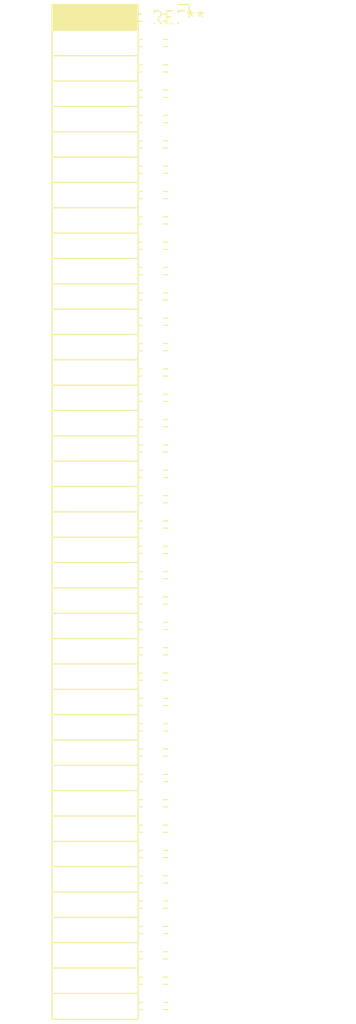
<source format=kicad_pcb>
(kicad_pcb (version 20240108) (generator pcbnew)
  (layers (0 "F.Cu" signal) (31 "B.Cu" signal) (34 "B.Paste" user) (35 "F.Paste" user) (36 "B.SilkS" user "B.Silkscreen") (37 "F.SilkS" user "F.Silkscreen") (38 "B.Mask" user) (39 "F.Mask" user) (44 "Edge.Cuts" user))
  (net 0 "")
  (footprint "PinSocket_2x40_P2.54mm_Horizontal" (layer "F.Cu") (at 0 0)
    (property "Reference" "REF**")
    (property "Value" "PinSocket_2x40_P2.54mm_Horizontal")
    (fp_line (start -12.63 -1.33) (end -12.63 100.39) (layer "F.SilkS") (stroke (width 0.12)))
    (fp_line (start -12.63 -1.33) (end -4 -1.33) (layer "F.SilkS") (stroke (width 0.12)))
    (fp_line (start -12.63 -1.21) (end -4 -1.21) (layer "F.SilkS") (stroke (width 0.12)))
    (fp_line (start -12.63 -1.091905) (end -4 -1.091905) (layer "F.SilkS") (stroke (width 0.12)))
    (fp_line (start -12.63 -0.97381) (end -4 -0.97381) (layer "F.SilkS") (stroke (width 0.12)))
    (fp_line (start -12.63 -0.855715) (end -4 -0.855715) (layer "F.SilkS") (stroke (width 0.12)))
    (fp_line (start -12.63 -0.73762) (end -4 -0.73762) (layer "F.SilkS") (stroke (width 0.12)))
    (fp_line (start -12.63 -0.619525) (end -4 -0.619525) (layer "F.SilkS") (stroke (width 0.12)))
    (fp_line (start -12.63 -0.50143) (end -4 -0.50143) (layer "F.SilkS") (stroke (width 0.12)))
    (fp_line (start -12.63 -0.383335) (end -4 -0.383335) (layer "F.SilkS") (stroke (width 0.12)))
    (fp_line (start -12.63 -0.26524) (end -4 -0.26524) (layer "F.SilkS") (stroke (width 0.12)))
    (fp_line (start -12.63 -0.147145) (end -4 -0.147145) (layer "F.SilkS") (stroke (width 0.12)))
    (fp_line (start -12.63 -0.02905) (end -4 -0.02905) (layer "F.SilkS") (stroke (width 0.12)))
    (fp_line (start -12.63 0.089045) (end -4 0.089045) (layer "F.SilkS") (stroke (width 0.12)))
    (fp_line (start -12.63 0.20714) (end -4 0.20714) (layer "F.SilkS") (stroke (width 0.12)))
    (fp_line (start -12.63 0.325235) (end -4 0.325235) (layer "F.SilkS") (stroke (width 0.12)))
    (fp_line (start -12.63 0.44333) (end -4 0.44333) (layer "F.SilkS") (stroke (width 0.12)))
    (fp_line (start -12.63 0.561425) (end -4 0.561425) (layer "F.SilkS") (stroke (width 0.12)))
    (fp_line (start -12.63 0.67952) (end -4 0.67952) (layer "F.SilkS") (stroke (width 0.12)))
    (fp_line (start -12.63 0.797615) (end -4 0.797615) (layer "F.SilkS") (stroke (width 0.12)))
    (fp_line (start -12.63 0.91571) (end -4 0.91571) (layer "F.SilkS") (stroke (width 0.12)))
    (fp_line (start -12.63 1.033805) (end -4 1.033805) (layer "F.SilkS") (stroke (width 0.12)))
    (fp_line (start -12.63 1.1519) (end -4 1.1519) (layer "F.SilkS") (stroke (width 0.12)))
    (fp_line (start -12.63 1.27) (end -4 1.27) (layer "F.SilkS") (stroke (width 0.12)))
    (fp_line (start -12.63 3.81) (end -4 3.81) (layer "F.SilkS") (stroke (width 0.12)))
    (fp_line (start -12.63 6.35) (end -4 6.35) (layer "F.SilkS") (stroke (width 0.12)))
    (fp_line (start -12.63 8.89) (end -4 8.89) (layer "F.SilkS") (stroke (width 0.12)))
    (fp_line (start -12.63 11.43) (end -4 11.43) (layer "F.SilkS") (stroke (width 0.12)))
    (fp_line (start -12.63 13.97) (end -4 13.97) (layer "F.SilkS") (stroke (width 0.12)))
    (fp_line (start -12.63 16.51) (end -4 16.51) (layer "F.SilkS") (stroke (width 0.12)))
    (fp_line (start -12.63 19.05) (end -4 19.05) (layer "F.SilkS") (stroke (width 0.12)))
    (fp_line (start -12.63 21.59) (end -4 21.59) (layer "F.SilkS") (stroke (width 0.12)))
    (fp_line (start -12.63 24.13) (end -4 24.13) (layer "F.SilkS") (stroke (width 0.12)))
    (fp_line (start -12.63 26.67) (end -4 26.67) (layer "F.SilkS") (stroke (width 0.12)))
    (fp_line (start -12.63 29.21) (end -4 29.21) (layer "F.SilkS") (stroke (width 0.12)))
    (fp_line (start -12.63 31.75) (end -4 31.75) (layer "F.SilkS") (stroke (width 0.12)))
    (fp_line (start -12.63 34.29) (end -4 34.29) (layer "F.SilkS") (stroke (width 0.12)))
    (fp_line (start -12.63 36.83) (end -4 36.83) (layer "F.SilkS") (stroke (width 0.12)))
    (fp_line (start -12.63 39.37) (end -4 39.37) (layer "F.SilkS") (stroke (width 0.12)))
    (fp_line (start -12.63 41.91) (end -4 41.91) (layer "F.SilkS") (stroke (width 0.12)))
    (fp_line (start -12.63 44.45) (end -4 44.45) (layer "F.SilkS") (stroke (width 0.12)))
    (fp_line (start -12.63 46.99) (end -4 46.99) (layer "F.SilkS") (stroke (width 0.12)))
    (fp_line (start -12.63 49.53) (end -4 49.53) (layer "F.SilkS") (stroke (width 0.12)))
    (fp_line (start -12.63 52.07) (end -4 52.07) (layer "F.SilkS") (stroke (width 0.12)))
    (fp_line (start -12.63 54.61) (end -4 54.61) (layer "F.SilkS") (stroke (width 0.12)))
    (fp_line (start -12.63 57.15) (end -4 57.15) (layer "F.SilkS") (stroke (width 0.12)))
    (fp_line (start -12.63 59.69) (end -4 59.69) (layer "F.SilkS") (stroke (width 0.12)))
    (fp_line (start -12.63 62.23) (end -4 62.23) (layer "F.SilkS") (stroke (width 0.12)))
    (fp_line (start -12.63 64.77) (end -4 64.77) (layer "F.SilkS") (stroke (width 0.12)))
    (fp_line (start -12.63 67.31) (end -4 67.31) (layer "F.SilkS") (stroke (width 0.12)))
    (fp_line (start -12.63 69.85) (end -4 69.85) (layer "F.SilkS") (stroke (width 0.12)))
    (fp_line (start -12.63 72.39) (end -4 72.39) (layer "F.SilkS") (stroke (width 0.12)))
    (fp_line (start -12.63 74.93) (end -4 74.93) (layer "F.SilkS") (stroke (width 0.12)))
    (fp_line (start -12.63 77.47) (end -4 77.47) (layer "F.SilkS") (stroke (width 0.12)))
    (fp_line (start -12.63 80.01) (end -4 80.01) (layer "F.SilkS") (stroke (width 0.12)))
    (fp_line (start -12.63 82.55) (end -4 82.55) (layer "F.SilkS") (stroke (width 0.12)))
    (fp_line (start -12.63 85.09) (end -4 85.09) (layer "F.SilkS") (stroke (width 0.12)))
    (fp_line (start -12.63 87.63) (end -4 87.63) (layer "F.SilkS") (stroke (width 0.12)))
    (fp_line (start -12.63 90.17) (end -4 90.17) (layer "F.SilkS") (stroke (width 0.12)))
    (fp_line (start -12.63 92.71) (end -4 92.71) (layer "F.SilkS") (stroke (width 0.12)))
    (fp_line (start -12.63 95.25) (end -4 95.25) (layer "F.SilkS") (stroke (width 0.12)))
    (fp_line (start -12.63 97.79) (end -4 97.79) (layer "F.SilkS") (stroke (width 0.12)))
    (fp_line (start -12.63 100.39) (end -4 100.39) (layer "F.SilkS") (stroke (width 0.12)))
    (fp_line (start -4 -1.33) (end -4 100.39) (layer "F.SilkS") (stroke (width 0.12)))
    (fp_line (start -4 -0.36) (end -3.59 -0.36) (layer "F.SilkS") (stroke (width 0.12)))
    (fp_line (start -4 0.36) (end -3.59 0.36) (layer "F.SilkS") (stroke (width 0.12)))
    (fp_line (start -4 2.18) (end -3.59 2.18) (layer "F.SilkS") (stroke (width 0.12)))
    (fp_line (start -4 2.9) (end -3.59 2.9) (layer "F.SilkS") (stroke (width 0.12)))
    (fp_line (start -4 4.72) (end -3.59 4.72) (layer "F.SilkS") (stroke (width 0.12)))
    (fp_line (start -4 5.44) (end -3.59 5.44) (layer "F.SilkS") (stroke (width 0.12)))
    (fp_line (start -4 7.26) (end -3.59 7.26) (layer "F.SilkS") (stroke (width 0.12)))
    (fp_line (start -4 7.98) (end -3.59 7.98) (layer "F.SilkS") (stroke (width 0.12)))
    (fp_line (start -4 9.8) (end -3.59 9.8) (layer "F.SilkS") (stroke (width 0.12)))
    (fp_line (start -4 10.52) (end -3.59 10.52) (layer "F.SilkS") (stroke (width 0.12)))
    (fp_line (start -4 12.34) (end -3.59 12.34) (layer "F.SilkS") (stroke (width 0.12)))
    (fp_line (start -4 13.06) (end -3.59 13.06) (layer "F.SilkS") (stroke (width 0.12)))
    (fp_line (start -4 14.88) (end -3.59 14.88) (layer "F.SilkS") (stroke (width 0.12)))
    (fp_line (start -4 15.6) (end -3.59 15.6) (layer "F.SilkS") (stroke (width 0.12)))
    (fp_line (start -4 17.42) (end -3.59 17.42) (layer "F.SilkS") (stroke (width 0.12)))
    (fp_line (start -4 18.14) (end -3.59 18.14) (layer "F.SilkS") (stroke (width 0.12)))
    (fp_line (start -4 19.96) (end -3.59 19.96) (layer "F.SilkS") (stroke (width 0.12)))
    (fp_line (start -4 20.68) (end -3.59 20.68) (layer "F.SilkS") (stroke (width 0.12)))
    (fp_line (start -4 22.5) (end -3.59 22.5) (layer "F.SilkS") (stroke (width 0.12)))
    (fp_line (start -4 23.22) (end -3.59 23.22) (layer "F.SilkS") (stroke (width 0.12)))
    (fp_line (start -4 25.04) (end -3.59 25.04) (layer "F.SilkS") (stroke (width 0.12)))
    (fp_line (start -4 25.76) (end -3.59 25.76) (layer "F.SilkS") (stroke (width 0.12)))
    (fp_line (start -4 27.58) (end -3.59 27.58) (layer "F.SilkS") (stroke (width 0.12)))
    (fp_line (start -4 28.3) (end -3.59 28.3) (layer "F.SilkS") (stroke (width 0.12)))
    (fp_line (start -4 30.12) (end -3.59 30.12) (layer "F.SilkS") (stroke (width 0.12)))
    (fp_line (start -4 30.84) (end -3.59 30.84) (layer "F.SilkS") (stroke (width 0.12)))
    (fp_line (start -4 32.66) (end -3.59 32.66) (layer "F.SilkS") (stroke (width 0.12)))
    (fp_line (start -4 33.38) (end -3.59 33.38) (layer "F.SilkS") (stroke (width 0.12)))
    (fp_line (start -4 35.2) (end -3.59 35.2) (layer "F.SilkS") (stroke (width 0.12)))
    (fp_line (start -4 35.92) (end -3.59 35.92) (layer "F.SilkS") (stroke (width 0.12)))
    (fp_line (start -4 37.74) (end -3.59 37.74) (layer "F.SilkS") (stroke (width 0.12)))
    (fp_line (start -4 38.46) (end -3.59 38.46) (layer "F.SilkS") (stroke (width 0.12)))
    (fp_line (start -4 40.28) (end -3.59 40.28) (layer "F.SilkS") (stroke (width 0.12)))
    (fp_line (start -4 41) (end -3.59 41) (layer "F.SilkS") (stroke (width 0.12)))
    (fp_line (start -4 42.82) (end -3.59 42.82) (layer "F.SilkS") (stroke (width 0.12)))
    (fp_line (start -4 43.54) (end -3.59 43.54) (layer "F.SilkS") (stroke (width 0.12)))
    (fp_line (start -4 45.36) (end -3.59 45.36) (layer "F.SilkS") (stroke (width 0.12)))
    (fp_line (start -4 46.08) (end -3.59 46.08) (layer "F.SilkS") (stroke (width 0.12)))
    (fp_line (start -4 47.9) (end -3.59 47.9) (layer "F.SilkS") (stroke (width 0.12)))
    (fp_line (start -4 48.62) (end -3.59 48.62) (layer "F.SilkS") (stroke (width 0.12)))
    (fp_line (start -4 50.44) (end -3.59 50.44) (layer "F.SilkS") (stroke (width 0.12)))
    (fp_line (start -4 51.16) (end -3.59 51.16) (layer "F.SilkS") (stroke (width 0.12)))
    (fp_line (start -4 52.98) (end -3.59 52.98) (layer "F.SilkS") (stroke (width 0.12)))
    (fp_line (start -4 53.7) (end -3.59 53.7) (layer "F.SilkS") (stroke (width 0.12)))
    (fp_line (start -4 55.52) (end -3.59 55.52) (layer "F.SilkS") (stroke (width 0.12)))
    (fp_line (start -4 56.24) (end -3.59 56.24) (layer "F.SilkS") (stroke (width 0.12)))
    (fp_line (start -4 58.06) (end -3.59 58.06) (layer "F.SilkS") (stroke (width 0.12)))
    (fp_line (start -4 58.78) (end -3.59 58.78) (layer "F.SilkS") (stroke (width 0.12)))
    (fp_line (start -4 60.6) (end -3.59 60.6) (layer "F.SilkS") (stroke (width 0.12)))
    (fp_line (start -4 61.32) (end -3.59 61.32) (layer "F.SilkS") (stroke (width 0.12)))
    (fp_line (start -4 63.14) (end -3.59 63.14) (layer "F.SilkS") (stroke (width 0.12)))
    (fp_line (start -4 63.86) (end -3.59 63.86) (layer "F.SilkS") (stroke (width 0.12)))
    (fp_line (start -4 65.68) (end -3.59 65.68) (layer "F.SilkS") (stroke (width 0.12)))
    (fp_line (start -4 66.4) (end -3.59 66.4) (layer "F.SilkS") (stroke (width 0.12)))
    (fp_line (start -4 68.22) (end -3.59 68.22) (layer "F.SilkS") (stroke (width 0.12)))
    (fp_line (start -4 68.94) (end -3.59 68.94) (layer "F.SilkS") (stroke (width 0.12)))
    (fp_line (start -4 70.76) (end -3.59 70.76) (layer "F.SilkS") (stroke (width 0.12)))
    (fp_line (start -4 71.48) (end -3.59 71.48) (layer "F.SilkS") (stroke (width 0.12)))
    (fp_line (start -4 73.3) (end -3.59 73.3) (layer "F.SilkS") (stroke (width 0.12)))
    (fp_line (start -4 74.02) (end -3.59 74.02) (layer "F.SilkS") (stroke (width 0.12)))
    (fp_line (start -4 75.84) (end -3.59 75.84) (layer "F.SilkS") (stroke (width 0.12)))
    (fp_line (start -4 76.56) (end -3.59 76.56) (layer "F.SilkS") (stroke (width 0.12)))
    (fp_line (start -4 78.38) (end -3.59 78.38) (layer "F.SilkS") (stroke (width 0.12)))
    (fp_line (start -4 79.1) (end -3.59 79.1) (layer "F.SilkS") (stroke (width 0.12)))
    (fp_line (start -4 80.92) (end -3.59 80.92) (layer "F.SilkS") (stroke (width 0.12)))
    (fp_line (start -4 81.64) (end -3.59 81.64) (layer "F.SilkS") (stroke (width 0.12)))
    (fp_line (start -4 83.46) (end -3.59 83.46) (layer "F.SilkS") (stroke (width 0.12)))
    (fp_line (start -4 84.18) (end -3.59 84.18) (layer "F.SilkS") (stroke (width 0.12)))
    (fp_line (start -4 86) (end -3.59 86) (layer "F.SilkS") (stroke (width 0.12)))
    (fp_line (start -4 86.72) (end -3.59 86.72) (layer "F.SilkS") (stroke (width 0.12)))
    (fp_line (start -4 88.54) (end -3.59 88.54) (layer "F.SilkS") (stroke (width 0.12)))
    (fp_line (start -4 89.26) (end -3.59 89.26) (layer "F.SilkS") (stroke (width 0.12)))
    (fp_line (start -4 91.08) (end -3.59 91.08) (layer "F.SilkS") (stroke (width 0.12)))
    (fp_line (start -4 91.8) (end -3.59 91.8) (layer "F.SilkS") (stroke (width 0.12)))
    (fp_line (start -4 93.62) (end -3.59 93.62) (layer "F.SilkS") (stroke (width 0.12)))
    (fp_line (start -4 94.34) (end -3.59 94.34) (layer "F.SilkS") (stroke (width 0.12)))
    (fp_line (start -4 96.16) (end -3.59 96.16) (layer "F.SilkS") (stroke (width 0.12)))
    (fp_line (start -4 96.88) (end -3.59 96.88) (layer "F.SilkS") (stroke (width 0.12)))
    (fp_line (start -4 98.7) (end -3.59 98.7) (layer "F.SilkS") (stroke (width 0.12)))
    (fp_line (start -4 99.42) (end -3.59 99.42) (layer "F.SilkS") (stroke (width 0.12)))
    (fp_line (start -1.49 -0.36) (end -1.11 -0.36) (layer "F.SilkS") (stroke (width 0.12)))
    (fp_line (start -1.49 0.36) (end -1.11 0.36) (layer "F.SilkS") (stroke (width 0.12)))
    (fp_line (start -1.49 2.18) (end -1.05 2.18) (layer "F.SilkS") (stroke (width 0.12)))
    (fp_line (start -1.49 2.9) (end -1.05 2.9) (layer "F.SilkS") (stroke (width 0.12)))
    (fp_line (start -1.49 4.72) (end -1.05 4.72) (layer "F.SilkS") (stroke (width 0.12)))
    (fp_line (start -1.49 5.44) (end -1.05 5.44) (layer "F.SilkS") (stroke (width 0.12)))
    (fp_line (start -1.49 7.26) (end -1.05 7.26) (layer "F.SilkS") (stroke (width 0.12)))
    (fp_line (start -1.49 7.98) (end -1.05 7.98) (layer "F.SilkS") (stroke (width 0.12)))
    (fp_line (start -1.49 9.8) (end -1.05 9.8) (layer "F.SilkS") (stroke (width 0.12)))
    (fp_line (start -1.49 10.52) (end -1.05 10.52) (layer "F.SilkS") (stroke (width 0.12)))
    (fp_line (start -1.49 12.34) (end -1.05 12.34) (layer "F.SilkS") (stroke (width 0.12)))
    (fp_line (start -1.49 13.06) (end -1.05 13.06) (layer "F.SilkS") (stroke (width 0.12)))
    (fp_line (start -1.49 14.88) (end -1.05 14.88) (layer "F.SilkS") (stroke (width 0.12)))
    (fp_line (start -1.49 15.6) (end -1.05 15.6) (layer "F.SilkS") (stroke (width 0.12)))
    (fp_line (start -1.49 17.42) (end -1.05 17.42) (layer "F.SilkS") (stroke (width 0.12)))
    (fp_line (start -1.49 18.14) (end -1.05 18.14) (layer "F.SilkS") (stroke (width 0.12)))
    (fp_line (start -1.49 19.96) (end -1.05 19.96) (layer "F.SilkS") (stroke (width 0.12)))
    (fp_line (start -1.49 20.68) (end -1.05 20.68) (layer "F.SilkS") (stroke (width 0.12)))
    (fp_line (start -1.49 22.5) (end -1.05 22.5) (layer "F.SilkS") (stroke (width 0.12)))
    (fp_line (start -1.49 23.22) (end -1.05 23.22) (layer "F.SilkS") (stroke (width 0.12)))
    (fp_line (start -1.49 25.04) (end -1.05 25.04) (layer "F.SilkS") (stroke (width 0.12)))
    (fp_line (start -1.49 25.76) (end -1.05 25.76) (layer "F.SilkS") (stroke (width 0.12)))
    (fp_line (start -1.49 27.58) (end -1.05 27.58) (layer "F.SilkS") (stroke (width 0.12)))
    (fp_line (start -1.49 28.3) (end -1.05 28.3) (layer "F.SilkS") (stroke (width 0.12)))
    (fp_line (start -1.49 30.12) (end -1.05 30.12) (layer "F.SilkS") (stroke (width 0.12)))
    (fp_line (start -1.49 30.84) (end -1.05 30.84) (layer "F.SilkS") (stroke (width 0.12)))
    (fp_line (start -1.49 32.66) (end -1.05 32.66) (layer "F.SilkS") (stroke (width 0.12)))
    (fp_line (start -1.49 33.38) (end -1.05 33.38) (layer "F.SilkS") (stroke (width 0.12)))
    (fp_line (start -1.49 35.2) (end -1.05 35.2) (layer "F.SilkS") (stroke (width 0.12)))
    (fp_line (start -1.49 35.92) (end -1.05 35.92) (layer "F.SilkS") (stroke (width 0.12)))
    (fp_line (start -1.49 37.74) (end -1.05 37.74) (layer "F.SilkS") (stroke (width 0.12)))
    (fp_line (start -1.49 38.46) (end -1.05 38.46) (layer "F.SilkS") (stroke (width 0.12)))
    (fp_line (start -1.49 40.28) (end -1.05 40.28) (layer "F.SilkS") (stroke (width 0.12)))
    (fp_line (start -1.49 41) (end -1.05 41) (layer "F.SilkS") (stroke (width 0.12)))
    (fp_line (start -1.49 42.82) (end -1.05 42.82) (layer "F.SilkS") (stroke (width 0.12)))
    (fp_line (start -1.49 43.54) (end -1.05 43.54) (layer "F.SilkS") (stroke (width 0.12)))
    (fp_line (start -1.49 45.36) (end -1.05 45.36) (layer "F.SilkS") (stroke (width 0.12)))
    (fp_line (start -1.49 46.08) (end -1.05 46.08) (layer "F.SilkS") (stroke (width 0.12)))
    (fp_line (start -1.49 47.9) (end -1.05 47.9) (layer "F.SilkS") (stroke (width 0.12)))
    (fp_line (start -1.49 48.62) (end -1.05 48.62) (layer "F.SilkS") (stroke (width 0.12)))
    (fp_line (start -1.49 50.44) (end -1.05 50.44) (layer "F.SilkS") (stroke (width 0.12)))
    (fp_line (start -1.49 51.16) (end -1.05 51.16) (layer "F.SilkS") (stroke (width 0.12)))
    (fp_line (start -1.49 52.98) (end -1.05 52.98) (layer "F.SilkS") (stroke (width 0.12)))
    (fp_line (start -1.49 53.7) (end -1.05 53.7) (layer "F.SilkS") (stroke (width 0.12)))
    (fp_line (start -1.49 55.52) (end -1.05 55.52) (layer "F.SilkS") (stroke (width 0.12)))
    (fp_line (start -1.49 56.24) (end -1.05 56.24) (layer "F.SilkS") (stroke (width 0.12)))
    (fp_line (start -1.49 58.06) (end -1.05 58.06) (layer "F.SilkS") (stroke (width 0.12)))
    (fp_line (start -1.49 58.78) (end -1.05 58.78) (layer "F.SilkS") (stroke (width 0.12)))
    (fp_line (start -1.49 60.6) (end -1.05 60.6) (layer "F.SilkS") (stroke (width 0.12)))
    (fp_line (start -1.49 61.32) (end -1.05 61.32) (layer "F.SilkS") (stroke (width 0.12)))
    (fp_line (start -1.49 63.14) (end -1.05 63.14) (layer "F.SilkS") (stroke (width 0.12)))
    (fp_line (start -1.49 63.86) (end -1.05 63.86) (layer "F.SilkS") (stroke (width 0.12)))
    (fp_line (start -1.49 65.68) (end -1.05 65.68) (layer "F.SilkS") (stroke (width 0.12)))
    (fp_line (start -1.49 66.4) (end -1.05 66.4) (layer "F.SilkS") (stroke (width 0.12)))
    (fp_line (start -1.49 68.22) (end -1.05 68.22) (layer "F.SilkS") (stroke (width 0.12)))
    (fp_line (start -1.49 68.94) (end -1.05 68.94) (layer "F.SilkS") (stroke (width 0.12)))
    (fp_line (start -1.49 70.76) (end -1.05 70.76) (layer "F.SilkS") (stroke (width 0.12)))
    (fp_line (start -1.49 71.48) (end -1.05 71.48) (layer "F.SilkS") (stroke (width 0.12)))
    (fp_line (start -1.49 73.3) (end -1.05 73.3) (layer "F.SilkS") (stroke (width 0.12)))
    (fp_line (start -1.49 74.02) (end -1.05 74.02) (layer "F.SilkS") (stroke (width 0.12)))
    (fp_line (start -1.49 75.84) (end -1.05 75.84) (layer "F.SilkS") (stroke (width 0.12)))
    (fp_line (start -1.49 76.56) (end -1.05 76.56) (layer "F.SilkS") (stroke (width 0.12)))
    (fp_line (start -1.49 78.38) (end -1.05 78.38) (layer "F.SilkS") (stroke (width 0.12)))
    (fp_line (start -1.49 79.1) (end -1.05 79.1) (layer "F.SilkS") (stroke (width 0.12)))
    (fp_line (start -1.49 80.92) (end -1.05 80.92) (layer "F.SilkS") (stroke (width 0.12)))
    (fp_line (start -1.49 81.64) (end -1.05 81.64) (layer "F.SilkS") (stroke (width 0.12)))
    (fp_line (start -1.49 83.46) (end -1.05 83.46) (layer "F.SilkS") (stroke (width 0.12)))
    (fp_line (start -1.49 84.18) (end -1.05 84.18) (layer "F.SilkS") (stroke (width 0.12)))
    (fp_line (start -1.49 86) (end -1.05 86) (layer "F.SilkS") (stroke (width 0.12)))
    (fp_line (start -1.49 86.72) (end -1.05 86.72) (layer "F.SilkS") (stroke (width 0.12)))
    (fp_line (start -1.49 88.54) (end -1.05 88.54) (layer "F.SilkS") (stroke (width 0.12)))
    (fp_line (start -1.49 89.26) (end -1.05 89.26) (layer "F.SilkS") (stroke (width 0.12)))
    (fp_line (start -1.49 91.08) (end -1.05 91.08) (layer "F.SilkS") (stroke (width 0.12)))
    (fp_line (start -1.49 91.8) (end -1.05 91.8) (layer "F.SilkS") (stroke (width 0.12)))
    (fp_line (start -1.49 93.62) (end -1.05 93.62) (layer "F.SilkS") (stroke (width 0.12)))
    (fp_line (start -1.49 94.34) (end -1.05 94.34) (layer "F.SilkS") (stroke (width 0.12)))
    (fp_line (start -1.49 96.16) (end -1.05 96.16) (layer "F.SilkS") (stroke (width 0.12)))
    (fp_line (start -1.49 96.88) (end -1.05 96.88) (layer "F.SilkS") (stroke (width 0.12)))
    (fp_line (start -1.49 98.7) (end -1.05 98.7) (layer "F.SilkS") (stroke (width 0.12)))
    (fp_line (start -1.49 99.42) (end -1.05 99.42) (layer "F.SilkS") (stroke (width 0.12)))
    (fp_line (start 0 -1.33) (end 1.11 -1.33) (layer "F.SilkS") (stroke (width 0.12)))
    (fp_line (start 1.11 -1.33) (end 1.11 0) (layer "F.SilkS") (stroke (width 0.12)))
    (pad "1" thru_hole rect (at 0 0) (size 1.7 1.7) (drill 1) (layers *.Cu *.Mask) (remove_unused_layers))
    (pad "2" thru_hole oval (at -2.54 0) (size 1.7 1.7) (drill 1) (layers *.Cu *.Mask) (remove_unused_layers))
    (pad "3" thru_hole oval (at 0 2.54) (size 1.7 1.7) (drill 1) (layers *.Cu *.Mask) (remove_unused_layers))
    (pad "4" thru_hole oval (at -2.54 2.54) (size 1.7 1.7) (drill 1) (layers *.Cu *.Mask) (remove_unused_layers))
    (pad "5" thru_hole oval (at 0 5.08) (size 1.7 1.7) (drill 1) (layers *.Cu *.Mask) (remove_unused_layers))
    (pad "6" thru_hole oval (at -2.54 5.08) (size 1.7 1.7) (drill 1) (layers *.Cu *.Mask) (remove_unused_layers))
    (pad "7" thru_hole oval (at 0 7.62) (size 1.7 1.7) (drill 1) (layers *.Cu *.Mask) (remove_unused_layers))
    (pad "8" thru_hole oval (at -2.54 7.62) (size 1.7 1.7) (drill 1) (layers *.Cu *.Mask) (remove_unused_layers))
    (pad "9" thru_hole oval (at 0 10.16) (size 1.7 1.7) (drill 1) (layers *.Cu *.Mask) (remove_unused_layers))
    (pad "10" thru_hole oval (at -2.54 10.16) (size 1.7 1.7) (drill 1) (layers *.Cu *.Mask) (remove_unused_layers))
    (pad "11" thru_hole oval (at 0 12.7) (size 1.7 1.7) (drill 1) (layers *.Cu *.Mask) (remove_unused_layers))
    (pad "12" thru_hole oval (at -2.54 12.7) (size 1.7 1.7) (drill 1) (layers *.Cu *.Mask) (remove_unused_layers))
    (pad "13" thru_hole oval (at 0 15.24) (size 1.7 1.7) (drill 1) (layers *.Cu *.Mask) (remove_unused_layers))
    (pad "14" thru_hole oval (at -2.54 15.24) (size 1.7 1.7) (drill 1) (layers *.Cu *.Mask) (remove_unused_layers))
    (pad "15" thru_hole oval (at 0 17.78) (size 1.7 1.7) (drill 1) (layers *.Cu *.Mask) (remove_unused_layers))
    (pad "16" thru_hole oval (at -2.54 17.78) (size 1.7 1.7) (drill 1) (layers *.Cu *.Mask) (remove_unused_layers))
    (pad "17" thru_hole oval (at 0 20.32) (size 1.7 1.7) (drill 1) (layers *.Cu *.Mask) (remove_unused_layers))
    (pad "18" thru_hole oval (at -2.54 20.32) (size 1.7 1.7) (drill 1) (layers *.Cu *.Mask) (remove_unused_layers))
    (pad "19" thru_hole oval (at 0 22.86) (size 1.7 1.7) (drill 1) (layers *.Cu *.Mask) (remove_unused_layers))
    (pad "20" thru_hole oval (at -2.54 22.86) (size 1.7 1.7) (drill 1) (layers *.Cu *.Mask) (remove_unused_layers))
    (pad "21" thru_hole oval (at 0 25.4) (size 1.7 1.7) (drill 1) (layers *.Cu *.Mask) (remove_unused_layers))
    (pad "22" thru_hole oval (at -2.54 25.4) (size 1.7 1.7) (drill 1) (layers *.Cu *.Mask) (remove_unused_layers))
    (pad "23" thru_hole oval (at 0 27.94) (size 1.7 1.7) (drill 1) (layers *.Cu *.Mask) (remove_unused_layers))
    (pad "24" thru_hole oval (at -2.54 27.94) (size 1.7 1.7) (drill 1) (layers *.Cu *.Mask) (remove_unused_layers))
    (pad "25" thru_hole oval (at 0 30.48) (size 1.7 1.7) (drill 1) (layers *.Cu *.Mask) (remove_unused_layers))
    (pad "26" thru_hole oval (at -2.54 30.48) (size 1.7 1.7) (drill 1) (layers *.Cu *.Mask) (remove_unused_layers))
    (pad "27" thru_hole oval (at 0 33.02) (size 1.7 1.7) (drill 1) (layers *.Cu *.Mask) (remove_unused_layers))
    (pad "28" thru_hole oval (at -2.54 33.02) (size 1.7 1.7) (drill 1) (layers *.Cu *.Mask) (remove_unused_layers))
    (pad "29" thru_hole oval (at 0 35.56) (size 1.7 1.7) (drill 1) (layers *.Cu *.Mask) (remove_unused_layers))
    (pad "30" thru_hole oval (at -2.54 35.56) (size 1.7 1.7) (drill 1) (layers *.Cu *.Mask) (remove_unused_layers))
    (pad "31" thru_hole oval (at 0 38.1) (size 1.7 1.7) (drill 1) (layers *.Cu *.Mask) (remove_unused_layers))
    (pad "32" thru_hole oval (at -2.54 38.1) (size 1.7 1.7) (drill 1) (layers *.Cu *.Mask) (remove_unused_layers))
    (pad "33" thru_hole oval (at 0 40.64) (size 1.7 1.7) (drill 1) (layers *.Cu *.Mask) (remove_unused_layers))
    (pad "34" thru_hole oval (at -2.54 40.64) (size 1.7 1.7) (drill 1) (layers *.Cu *.Mask) (remove_unused_layers))
    (pad "35" thru_hole oval (at 0 43.18) (size 1.7 1.7) (drill 1) (layers *.Cu *.Mask) (remove_unused_layers))
    (pad "36" thru_hole oval (at -2.54 43.18) (size 1.7 1.7) (drill 1) (layers *.Cu *.Mask) (remove_unused_layers))
    (pad "37" thru_hole oval (at 0 45.72) (size 1.7 1.7) (drill 1) (layers *.Cu *.Mask) (remove_unused_layers))
    (pad "38" thru_hole oval (at -2.54 45.72) (size 1.7 1.7) (drill 1) (layers *.Cu *.Mask) (remove_unused_layers))
    (pad "39" thru_hole oval (at 0 48.26) (size 1.7 1.7) (drill 1) (layers *.Cu *.Mask) (remove_unused_layers))
    (pad "40" thru_hole oval (at -2.54 48.26) (size 1.7 1.7) (drill 1) (layers *.Cu *.Mask) (remove_unused_layers))
    (pad "41" thru_hole oval (at 0 50.8) (size 1.7 1.7) (drill 1) (layers *.Cu *.Mask) (remove_unused_layers))
    (pad "42" thru_hole oval (at -2.54 50.8) (size 1.7 1.7) (drill 1) (layers *.Cu *.Mask) (remove_unused_layers))
    (pad "43" thru_hole oval (at 0 53.34) (size 1.7 1.7) (drill 1) (layers *.Cu *.Mask) (remove_unused_layers))
    (pad "44" thru_hole oval (at -2.54 53.34) (size 1.7 1.7) (drill 1) (layers *.Cu *.Mask) (remove_unused_layers))
    (pad "45" thru_hole oval (at 0 55.88) (size 1.7 1.7) (drill 1) (layers *.Cu *.Mask) (remove_unused_layers))
    (pad "46" thru_hole oval (at -2.54 55.88) (size 1.7 1.7) (drill 1) (layers *.Cu *.Mask) (remove_unused_layers))
    (pad "47" thru_hole oval (at 0 58.42) (size 1.7 1.7) (drill 1) (layers *.Cu *.Mask) (remove_unused_layers))
    (pad "48" thru_hole oval (at -2.54 58.42) (size 1.7 1.7) (drill 1) (layers *.Cu *.Mask) (remove_unused_layers))
    (pad "49" thru_hole oval (at 0 60.96) (size 1.7 1.7) (drill 1) (layers *.Cu *.Mask) (remove_unused_layers))
    (pad "50" thru_hole oval (at -2.54 60.96) (size 1.7 1.7) (drill 1) (layers *.Cu *.Mask) (remove_unused_layers))
    (pad "51" thru_hole oval (at 0 63.5) (size 1.7 1.7) (drill 1) (layers *.Cu *.Mask) (remove_unused_layers))
    (pad "52" thru_hole oval (at -2.54 63.5) (size 1.7 1.7) (drill 1) (layers *.Cu *.Mask) (remove_unused_layers))
    (pad "53" thru_hole oval (at 0 66.04) (size 1.7 1.7) (drill 1) (layers *.Cu *.Mask) (remove_unused_layers))
    (pad "54" thru_hole oval (at -2.54 66.04) (size 1.7 1.7) (drill 1) (layers *.Cu *.Mask) (remove_unused_layers))
    (pad "55" thru_hole oval (at 0 68.58) (size 1.7 1.7) (drill 1) (layers *.Cu *.Mask) (remove_unused_layers))
    (pad "56" thru_hole oval (at -2.54 68.58) (size 1.7 1.7) (drill 1) (layers *.Cu *.Mask) (remove_unused_layers))
    (pad "57" thru_hole oval (at 0 71.12) (size 1.7 1.7) (drill 1) (layers *.Cu *.Mask) (remove_unused_layers))
    (pad "58" thru_hole oval (at -2.54 71.12) (size 1.7 1.7) (drill 1) (layers *.Cu *.Mask) (remove_unused_layers))
    (pad "59" thru_hole oval (at 0 73.66) (size 1.7 1.7) (drill 1) (layers *.Cu *.Mask) (remove_unused_layers))
    (pad "60" thru_hole oval (at -2.54 73.66) (size 1.7 1.7) (drill 1) (layers *.Cu *.Mask) (remove_unused_layers))
    (pad "61" thru_hole oval (at 0 76.2) (size 1.7 1.7) (drill 1) (layers *.Cu *.Mask) (remove_unused_layers))
    (pad "62" thru_hole oval (at -2.54 76.2) (size 1.7 1.7) (drill 1) (layers *.Cu *.Mask) (remove_unused_layers))
    (pad "63" thru_hole oval (at 0 78.74) (size 1.7 1.7) (drill 1) (layers *.Cu *.Mask) (remove_unused_layers))
    (pad "64" thru_hole oval (at -2.54 78.74) (size 1.7 1.7) (drill 1) (layers *.Cu *.Mask) (remove_unused_layers))
    (pad "65" thru_hole oval (at 0 81.28) (size 1.7 1.7) (drill 1) (layers *.Cu *.Mask) (remove_unused_layers))
    (pad "66" thru_hole oval (at -2.54 81.28) (size 1.7 1.7) (drill 1) (layers *.Cu *.Mask) (remove_unused_layers))
    (pad "67" thru_hole oval (at 0 83.82) (size 1.7 1.7) (drill 1) (layers *.Cu *.Mask) (remove_unused_layers))
    (pad "68" thru_hole oval (at -2.54 83.82) (size 1.7 1.7) (drill 1) (layers *.Cu *.Mask) (remove_unused_layers))
    (pad "69" thru_hole oval (at 0 86.36) (size 1.7 1.7) (drill 1) (layers *.Cu *.Mask) (remove_unused_layers))
    (pad "70" thru_hole oval (at -2.54 86.36) (size 1.7 1.7) (drill 1) (layers *.Cu *.Mask) (remove_unused_layers))
    (pad "71" thru_hole oval (at 0 88.9) (size 1.7 1.7) (drill 1) (layers *.Cu *.Mask) (remove_unused_layers))
    (pad "72" thru_hole oval (at -2.54 88.9) (size 1.7 1.7) (drill 1) (layers *.Cu *.Mask) (remove_unused_layers))
    (pad "73" thru_hole oval (at 0 91.44) (size 1.7 1.7) (drill 1) (layers *.Cu *.Mask) (remove_unused_layers))
    (pad "74" thru_hole oval (at -2.54 91.44) (size 1.7 1.7) (drill 1) (layers *.Cu *.Mask) (remove_unused_layers))
    (pad "75" thru_hole oval (at 0 93.98) (size 1.7 1.7) (drill 1) (layers *.Cu *.Mask) (remove_unused_layers))
    (pad "76" thru_hole oval (at -2.54 93.98) (size 1.7 1.7) (drill 1) (layers *.Cu *.Mask) (remove_unused_layers))
    (pad "77" thru_hole oval (at 0 96.52) (size 1.7 1.7) (drill 1) (layers *.Cu *.Mask) (remove_unused_layers))
    (pad "78" thru_hole oval (at -2.54 96.52) (size 1.7 1.7) (drill 1) (layers *.Cu *.Mask) (remove_unused_layers))
    (pad "79" thru_hole oval (at 0 99.06) (size 1.7 1.7) (drill 1) (layers *.Cu *.Mask) (remove_unused_layers))
    (pad "80" thru_hole oval (at -2.54 99.06) (size 1.7 1.7) (drill 1) (layers *.Cu *.Mask) (remove_unused_layers))
  )
)
</source>
